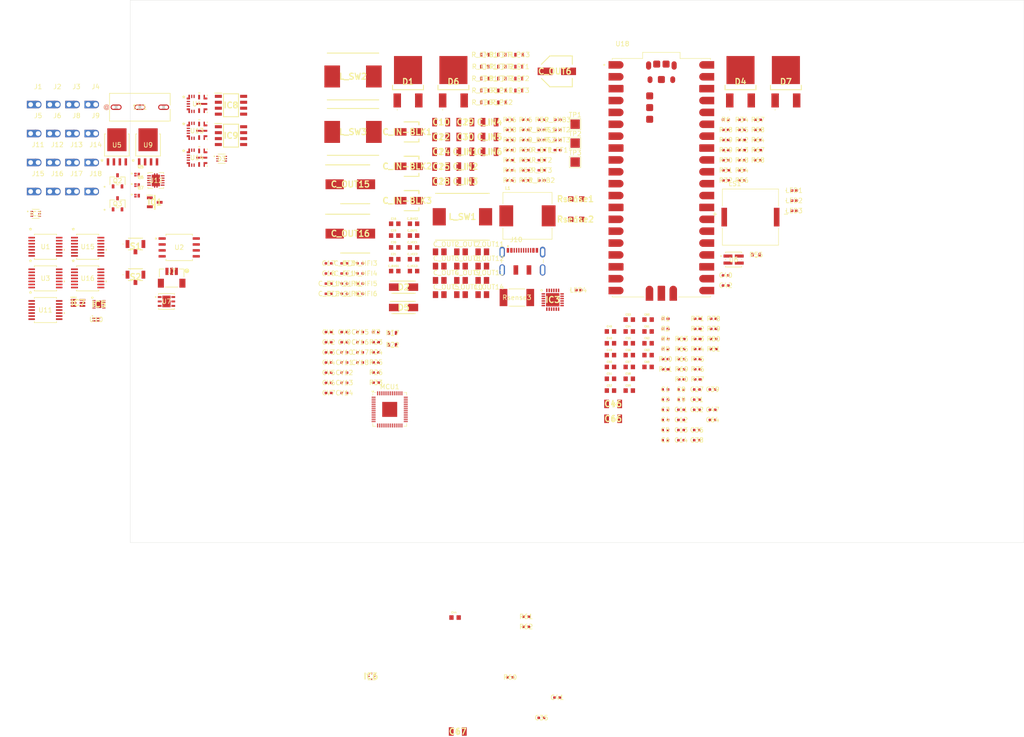
<source format=kicad_pcb>
(kicad_pcb (version 20241229) (generator "pcbnew") (generator_version "9.0")
  (layers (0 "F.Cu" signal) (4 "In1.Cu" signal) (6 "In2.Cu" signal) (2 "B.Cu" signal) (13 "F.Paste" user) (15 "B.Paste" user) (5 "F.SilkS" user "F.Silkscreen") (7 "B.SilkS" user "B.Silkscreen") (1 "F.Mask" user) (3 "B.Mask" user) (25 "Edge.Cuts" user))
  (net 0 "")
  (net 1 "Net-(U1-T-)")
  (net 2 "Net-(U1-T+)")
  (net 3 "GND")
  (net 4 "+3.3V")
  (net 5 "Net-(U3-T-)")
  (net 6 "Net-(U3-T+)")
  (net 7 "+5V")
  (net 8 "VBAT")
  (net 9 "Net-(U11-T-)")
  (net 10 "Net-(U11-T+)")
  (net 11 "Net-(IC3-VCCD)")
  (net 12 "Net-(D2-A)")
  (net 13 "VBUS")
  (net 14 "Net-(IC6-EN)")
  (net 15 "Net-(CR1-Pad1)")
  (net 16 "Net-(CR2-Pad1)")
  (net 17 "+8.4V")
  (net 18 "Net-(CR3-Pad1)")
  (net 19 "+12V")
  (net 20 "Net-(CR4-Pad1)")
  (net 21 "Net-(MCU1-RUN)")
  (net 22 "Net-(MCU1-VREG_VOUT)")
  (net 23 "Net-(U4-BIAS)")
  (net 24 "Net-(U13-BIAS)")
  (net 25 "Net-(U14-CBOOT)")
  (net 26 "Net-(U14-SW)")
  (net 27 "Net-(U4-CBOOT)")
  (net 28 "Net-(U4-SW)")
  (net 29 "Net-(U13-CBOOT)")
  (net 30 "Net-(U13-SW)")
  (net 31 "Net-(U13-FB)")
  (net 32 "Net-(C_FF1-Pad1)")
  (net 33 "Net-(C_OUT1-Pad1)")
  (net 34 "Net-(C_OUT10-Pad1)")
  (net 35 "Net-(D5-A)")
  (net 36 "Net-(D2-K)")
  (net 37 "Net-(D3-IO3)")
  (net 38 "Net-(D3-IO1)")
  (net 39 "/Purge Solenoid Valve")
  (net 40 "/Main Solenoid Valve")
  (net 41 "/Green Status")
  (net 42 "Net-(IC2-E1)")
  (net 43 "/Red Status")
  (net 44 "Net-(IC2-E2)")
  (net 45 "Net-(IC3-VBUS_MAX)")
  (net 47 "Net-(IC3-ISNK_FINE)")
  (net 48 "Net-(IC3-VBUS_MIN)")
  (net 52 "Net-(IC3-VBUS_FET_EN)")
  (net 53 "Net-(IC3-SAFE_PWR_EN)")
  (net 54 "Net-(IC3-FLIP)")
  (net 55 "Net-(IC9-G1)")
  (net 56 "Net-(J7-Pad3)")
  (net 57 "Net-(J7-Pad1)")
  (net 66 "/Power Unit/SDA I2C")
  (net 67 "Net-(LED1-Pad1)")
  (net 68 "Net-(LED2-Pad1)")
  (net 69 "Net-(LED3-Pad1)")
  (net 70 "Net-(IC3-FAULT)")
  (net 71 "/Solenoid Valve Enable")
  (net 72 "Net-(MCU1-SWCLK)")
  (net 73 "Net-(MCU1-USB_DM)")
  (net 74 "/RP2040 Standard/Crystal")
  (net 75 "/Power Unit/GPIO USB-C")
  (net 76 "/Power Unit/SCL I2C")
  (net 77 "Net-(MCU1-USB_DP)")
  (net 78 "/Purge Valve Enable")
  (net 79 "/Power Unit/PD ~{INT} USB-C")
  (net 80 "GNDA")
  (net 82 "Net-(MCU1-SWD)")
  (net 83 "Net-(Q5-Pad2)")
  (net 84 "Net-(Q6-Pad2)")
  (net 85 "Net-(Q7-Pad2)")
  (net 86 "/RP2040 Standard/~{RST}")
  (net 87 "Net-(XTAL1-TRI-STATE(STBY))")
  (net 88 "/RP2040 Standard/~{USB_BOOT}")
  (net 89 "Net-(U6-A_Green)")
  (net 90 "Net-(U6-A_Red)")
  (net 91 "Net-(U14-RBOOT)")
  (net 92 "Net-(U4-RBOOT)")
  (net 93 "Net-(U13-RBOOT)")
  (net 94 "Net-(U14-EN{slash}SYNC)")
  (net 95 "Net-(U4-EN{slash}SYNC)")
  (net 96 "Net-(U13-EN{slash}SYNC)")
  (net 97 "Net-(U14-FB)")
  (net 98 "Net-(U4-FB)")
  (net 99 "Net-(U14-RT)")
  (net 100 "Net-(U4-RT)")
  (net 101 "Net-(U13-RT)")
  (net 102 "/RS_DN")
  (net 103 "/RS_DP")
  (net 104 "/Power Unit/USB DN")
  (net 105 "/Power Unit/USB DP")
  (net 106 "/Servo_OUT1 PWM")
  (net 107 "/RP2040 Standard/MCU ~{CS} SPI")
  (net 108 "/RP2040 Standard/GP28_ADC2")
  (net 109 "/WRITE_RS")
  (net 110 "/ENABLE_RS")
  (net 111 "/RP2040 Standard/GP27_ADC1")
  (net 112 "/2~{FAULT} THERMO")
  (net 113 "/1~{DRDY} THERMO")
  (net 114 "/RP2040 Standard/MCU SD0 SPI")
  (net 115 "/3~{FAULT} THERMO")
  (net 116 "/SCK SPI")
  (net 117 "/RP2040 Standard/MCU SCLK SPI")
  (net 118 "/READ_RS")
  (net 119 "/RP2040 Standard/MCU SD2 SPI")
  (net 120 "/MOSI SPI")
  (net 121 "/2~{DRDY} THERMO")
  (net 122 "/RP2040 Standard/GPIO0")
  (net 123 "/RP2040 Standard/GPIO1")
  (net 124 "/~{CS} THERMO1 SPI")
  (net 125 "/RP2040 Standard/MCU SD3 SPI")
  (net 126 "/MISO SPI")
  (net 127 "/~{CS} THERMO2 SPI")
  (net 128 "/3~{DRDY} THERMO")
  (net 129 "/RP2040 Standard/MCU SD1 SPI")
  (net 130 "/Servo_IN1 PWM")
  (net 131 "/PCB Temperature Sense")
  (net 132 "/1~{FAULT} THERMO")
  (net 133 "/~{CS} THERMO3 SPI")
  (net 134 "/Servo_IN2 PWM")
  (net 135 "/Power Unit/DC.DC1 PGOOD")
  (net 136 "/Power Unit/DC.DC2 PGOOD")
  (net 137 "/Power Unit/DC.DC3 PGOOD")
  (net 143 "Net-(U18-GND-Pad13)")
  (net 156 "Net-(U18-USB_SHIELD-PadA)")
  (net 181 "GNDPWR")
  (net 182 "VDC")
  (net 183 "Net-(U15-+IN1)")
  (net 184 "Net-(C49-Pad1)")
  (net 185 "/Sensor Unit/ADC1 Sense")
  (net 186 "/Sensor Unit/ADC2 Sense")
  (net 187 "Net-(C50-Pad1)")
  (net 188 "Net-(U15-+IN2)")
  (net 189 "/Sensor Unit/ADC3 Sense")
  (net 190 "Net-(C52-Pad1)")
  (net 191 "Net-(U15-+IN3)")
  (net 192 "Net-(C54-Pad1)")
  (net 193 "/Sensor Unit/ADC4 Sense")
  (net 194 "Net-(U15-+IN4)")
  (net 195 "/Sensor Unit/ADC5 Sense")
  (net 196 "Net-(C56-Pad1)")
  (net 197 "Net-(C57-Pad1)")
  (net 198 "/Sensor Unit/ADC6 Sense")
  (net 199 "/Sensor Unit/ADC7 Sense")
  (net 200 "Net-(C58-Pad1)")
  (net 201 "Net-(C59-Pad1)")
  (net 202 "/Sensor Unit/ADC8 Sense")
  (net 203 "Net-(U16-+IN1)")
  (net 204 "Net-(U16-+IN2)")
  (net 205 "Net-(U16-+IN3)")
  (net 206 "Net-(U16-+IN4)")
  (net 207 "/Power Unit/DC.DC1 VCC")
  (net 208 "/Power Unit/DC.DC2 VCC")
  (net 209 "/Power Unit/DC.DC3 VCC")
  (net 210 "/Power Unit/V2 DP")
  (net 211 "/Power Unit/V3 DP")
  (net 212 "/Power Unit/V1 DP")
  (net 213 "Net-(LED4-Pad1)")
  (net 214 "Net-(IC1-C)")
  (net 215 "/Sensor Unit/THERMO1 DP")
  (net 216 "/Sensor Unit/THERMO1 DN")
  (net 217 "/Sensor Unit/THERMO3 DN")
  (net 218 "/Sensor Unit/THERMO3 DP")
  (net 219 "/Sensor Unit/THERMO2 DP")
  (net 220 "/Sensor Unit/THERMO2 DN")
  (net 221 "/Buzzer")
  (net 222 "Net-(IC1-B)")
  (net 223 "/Servo_OUT2 PWM")
  (net 224 "Net-(U17-GND)")
  (net 225 "Net-(U17-REXT)")
  (net 226 "/Sensor Unit/Clock I2C")
  (net 227 "/Sensor Unit/Data I2C")
  (net 228 "/Sensor Unit/12V_Sense")
  (net 229 "/Sensor Unit/8.4V_Sense")
  (net 230 "/Sensor Unit/5V_Sense")
  (net 231 "/Sensor Unit/LoadCell1 Sense")
  (net 232 "/Sensor Unit/Pressure1 Sense")
  (net 233 "/Sensor Unit/Pressure2 Sense")
  (net 234 "/Sensor Unit/LoadCell3 Sense")
  (net 235 "/Sensor Unit/LoadCell2 Sense")
  (net 236 "Net-(IC9-S1)")
  (net 237 "/THERMO1 DP")
  (net 238 "/THERMO1 DN")
  (net 239 "/THERMO2 DP")
  (net 240 "/THERMO2 DN")
  (net 241 "/THERMO3 DP")
  (net 242 "/THERMO3 DN")
  (net 244 "Net-(U12-SLR)")
  (footprint "Resistor-0402:RES_0402" (layer "F.Cu") (at 173.832895 99.3772)
    (property "Reference" "R75")
    (property "Value" "1k")
  )
  (footprint "Capacitor-0402:Capacitor_0402" (layer "F.Cu") (at 179.85 83.628)
    (property "Reference" "C42")
    (property "Value" "100n")
  )
  (footprint "Capacitor-0402:Capacitor_0402" (layer "F.Cu") (at 95 104.4316)
    (property "Reference" "CV6")
    (property "Value" "1uF")
  )
  (footprint "Resistor-0603:RES_0603" (layer "F.Cu") (at 186.3591 77.0501)
    (property "Reference" "R55")
    (property "Value" "120")
  )
  (footprint "Resistor-0402:RES_0402" (layer "F.Cu") (at 133.689699 52.5064)
    (property "Reference" "R39")
    (property "Value" "2k")
  )
  (footprint "Resistor-0402:RES_0402" (layer "F.Cu") (at 179.879699 54.6668)
    (property "Reference" "R29")
    (property "Value" "100")
  )
  (footprint "Capacitor-0402:Capacitor_0402" (layer "F.Cu") (at 98.3622 100.0948)
    (property "Reference" "CV11")
    (property "Value" "100nF")
  )
  (footprint "Capacitor-8mm:Capacitor_8mm" (layer "F.Cu") (at 99.6439 72.5304)
    (property "Reference" "C_OUT16")
    (property "Value" "100u" (hide yes))
  )
  (footprint "Resistor-0402:RES_0402" (layer "F.Cu") (at 166.989699 92.896)
    (property "Reference" "R2")
    (property "Value" "100")
  )
  (footprint "Inductor-11.5x10:Inductor_11.5x10" (layer "F.Cu") (at 123.5939 68.9304)
    (property "Reference" "L_SW1")
    (property "Value" "10u" (hide yes))
  )
  (footprint "BJT NPN:SOT96P237X111-3N" (layer "F.Cu") (at 57.8444 65.833199)
    (property "Reference" "IC1")
    (property "Value" "BC846BLT1G" (hide yes))
  )
  (footprint "Capacitor-0402:Capacitor_0402" (layer "F.Cu") (at 98.3622 102.2632)
    (property "Reference" "CV12")
    (property "Value" "100nF")
  )
  (footprint "Inductor-2.2uH_SPM10065VT:IND_SPM10065VT-2R2M-D" (layer "F.Cu") (at 137.4939 68.7304)
    (property "Reference" "L1")
    (property "Value" "2.2u")
  )
  (footprint "TestPoint:TestPoint_Pad_2.0x2.0mm" (layer "F.Cu") (at 147.6839 49.1304)
    (property "Reference" "TP1")
    (property "Value" "TestPoint")
  )
  (footprint "Capacitor-0603:Capacitor_0603" (layer "F.Cu") (at 109.1289 75.4804)
    (property "Reference" "C20")
    (property "Value" "1u")
  )
  (footprint "Capacitor-0402:Capacitor_0402" (layer "F.Cu") (at 166.96 110.1964)
    (property "Reference" "C3")
    (property "Value" "100n")
  )
  (footprint "Resistor-0402:RES_0402" (layer "F.Cu") (at 183.301297 61.148)
    (property "Reference" "R56")
    (property "Value" "500")
  )
  (footprint "Capacitor-0402:Capacitor_0402" (layer "F.Cu") (at 95 93.5896)
    (property "Reference" "CV1")
    (property "Value" "1uF")
  )
  (footprint "Resistor-0402:RES_0402" (layer "F.Cu") (at 177.254493 97.2168)
    (property "Reference" "R81")
    (property "Value" "1k")
  )
  (footprint "Capacitor-0805:Capacitor_0805" (layer "F.Cu") (at 127.8439 82.5304)
    (property "Reference" "C_OUT13")
    (property "Value" "22u")
  )
  (footprint "Capacitor-0402:Capacitor_0402" (layer "F.Cu") (at 166.96 108.028)
    (property "Reference" "C2")
    (property "Value" "10n")
  )
  (footprint "Resistor-0402:RES_0402" (layer "F.Cu") (at 173.832895 103.698)
    (property "Reference" "R77")
    (property "Value" "1k")
  )
  (footprint "Pico_Conn1x1:Pico_01pin" (layer "F.Cu") (at 41.125 57.328199)
    (property "Reference" "J13")
    (property "Value" "Conn_01x01_Socket")
  )
  (footprint "Capacitor-0402:Capacitor_0402" (layer "F.Cu") (at 98.3622 81.058)
    (property "Reference" "C_FF1")
    (property "Value" "22p")
  )
  (footprint "Resistor-0402:RES_0402" (layer "F.Cu") (at 179.879699 58.9876)
    (property "Reference" "R31")
    (property "Value" "150")
  )
  (footprint "Resistor-2512:RES_WSLP2512" (layer "F.Cu") (at 135.2321 86.1971)
    (property "Reference" "Rsense3")
    (property "Value" "20m")
  )
  (footprint "Resistor-0402:RES_0402" (layer "F.Cu") (at 133.689699 56.8272)
    (property "Reference" "R41")
    (property "Value" "2k")
  )
  (footprint "Resistor-0402:RES_0402" (layer "F.Cu") (at 137.111297 52.5064)
    (property "Reference" "R49")
    (property "Value" "50k")
  )
  (footprint "Pico_Conn1x1:Pico_01pin" (layer "F.Cu") (at 32.9246 63.528199)
    (property "Reference" "J15")
    (property "Value" "Conn_01x01_Socket")
  )
  (footprint "Capacitor-0603:Capacitor_0603" (layer "F.Cu") (at 159.2489 98.5104)
    (property "Reference" "C56")
    (property "Value" "27n")
  )
  (footprint "Resistor-0805:RES_0805" (layer "F.Cu") (at 147.9189 69.4804)
    (property "Reference" "Rsense2")
    (property "Value" "2.5m" (hide yes))
  )
  (footprint "Capacitor-0402:Capacitor_0402" (layer "F.Cu") (at 101.7244 85.3948)
    (property "Reference" "C_IN_HFI6")
    (property "Value" "100n")
  )
  (footprint "AD8040ARUZ:RU_14_ADI" (layer "F.Cu") (at 43.5106 75.341099)
    (property "Reference" "U15")
    (property "Value" "AD8040ARUZ")
  )
  (footprint "Resistor-0402:RES_0402" (layer "F.Cu") (at 183.301297 48.1856)
    (property "Reference" "R34")
    (property "Value" "100")
  )
  (footprint "Resistor-0402:RES_0402" (layer "F.Cu") (at 170.411297 101.5376)
    (property "Reference" "R69")
    (property "Value" "1k")
  )
  (footprint "Capacitor-1206:Capacitor_1206" (layer "F.Cu") (at 155.8039 108.9504)
    (property "Reference" "C46")
    (property "Value" "4.7u" (hide yes))
  )
  (footprint "Capacitor-0402:Capacitor_0402" (layer "F.Cu") (at 179.85 81.4596)
    (property "Reference" "C40")
    (property "Value" "100n")
  )
  (footprint "Capacitor-0603:Capacitor_0603" (layer "F.Cu") (at 122.025 154.63)
    (property "Reference" "C44")
    (property "Value" "1u")
  )
  (footprint "Resistor-0402:RES_0402" (layer "F.Cu") (at 170.411297 97.2168)
    (property "Reference" "R65")
    (property "Value" "1k")
  )
  (footprint "Resistor-0402:RES_0402" (layer "F.Cu") (at 166.989699 90.7356)
    (property "Reference" "R1")
    (property "Value" "100")
  )
  (footprint "Capacitor-1206:Capacitor_1206" (layer "F.Cu") (at 129.3939 55.0304)
    (property "Reference" "C_IN6")
    (property "Value" "4.7u" (hide yes))
  )
  (footprint "Resistor-0402:RES_0402" (layer "F.Cu") (at 173.832895 101.5376)
    (property "Reference" "R76")
    (property "Value" "1k")
  )
  (footprint "Pico_Conn1x1:Pico_01pin" (layer "F.Cu") (at 37.0248 44.928199)
    (property "Reference" "J2")
    (property "Value" "Conn_01x01_Socket")
  )
  (footprint "SWD_Con:CONN_BM03B-SRSS-TBLFSN_JST" (layer "F.Cu") (at 61.4571 82.031499)
    (property "Reference" "J7")
    (property "Value" "BM03B-SRSS-TBLFSN")
  )
  (footprint "Capacitor-0805:Capacitor_0805" (layer "F.Cu") (at 127.8439 79.4804)
    (property "Reference" "C_OUT12")
    (property "Value" "22u")
  )
  (footprint "Capacitor-0402:Capacitor_0402" (layer "F.Cu") (at 101.7244 97.9264)
    (property "Reference" "CV17")
    (property "Value" "1uF")
  )
  (footprint "Resistor-0402:RES_0402" (layer "F.Cu") (at 183.301297 50.346)
    (property "Reference" "R35")
    (property "Value" "2k")
  )
  (footprint "Resistor-0402:RES_0402" (layer "F.Cu") (at 137.111297 61.148)
    (property "Reference" "R53")
    (property "Value" "1k")
  )
  (footprint "Capacitor-0402:Capacitor_0402" (layer "F.Cu") (at 98.3622 97.9264)
    (property "Reference" "CV10")
    (property "Value" "100nF")
  )
  (footprint "Capacitor-1206:Capacitor_1206" (layer "F.Cu") (at 119.0539 61.3704)
    (property "Reference" "C28")
    (property "Value" "2.2u" (hide yes))
  )
  (footprint "Pico_Conn1x1:Pico_01pin" (layer "F.Cu") (at 37.0248 51.128199)
    (property "Reference" "J6")
    (property "Value" "Conn_01x01_Socket")
  )
  (footprint "TestPoint:TestPoint_Pad_2.0x2.0mm" (layer "F.Cu") (at 147.6839 53.1804)
    (property "Reference" "TP2")
    (property "Value" "TestPoint")
  )
  (footprint "Capacitor-0603:Capacitor_0603" (layer "F.Cu") (at 159.2489 95.9804)
    (property "Reference" "C55")
    (property "Value" "22n")
  )
  (footprint "NMOS_2N7002:PG-SOT23-3-5_INF_MIN" (layer "F.Cu") (at 49.8962 66.155599)
    (property "Reference" "Q3")
    (property "Value" "2N7002H6327XTSA2")
  )
  (footprint "Capacitor-0805:Capacitor_0805" (layer "F.Cu") (at 123.2939 82.5304)
    (property "Reference" "C_OUT9")
    (property "Value" "47u")
  )
  (footprint "Capacitor-0603:Capacitor_0603" (layer "F.Cu") (at 109.1289 78.0104)
    (property "Reference" "C21")
    (property "Value" "1u")
  )
  (footprint "TVS-SP3004:SOT563_LTF" (layer "F.Cu") (at 72.1438 56.509299)
    (property "Reference" "D3")
    (property "Value" "SP3004-04XTG")
  )
  (footprint "Capacitor-0402:Capacitor_0402" (layer "F.Cu") (at 95 95.758)
    (property "Reference" "CV2")
    (property "Value" "100nF")
  )
  (footprint "Capacitor-0603:Capacitor_0603" (layer "F.Cu") (at 155.2289 98.5104)
    (property "Reference" "C49")
    (property "Value" "27n")
  )
  (footprint "Thermocouple:21-0066J_14_MXM" (layer "F.Cu") (at 34.4868 75.341099)
    (property "Reference" "U1")
    (property "Value" "MAX31856MUD+T")
  )
  (footprint "Capacitor-4mm:Capacitor_4mm" (layer "F.Cu") (at 112.1439 58.1304)
    (property "Reference" "C_IN-BLK2")
    (property "Value" "10u" (hide yes))
  )
  (footprint "Capacitor-0402:Capacitor_0402" (layer "F.Cu") (at 98.3622 106.6)
    (property "Reference" "CV14")
    (property "Value" "4.7uF")
  )
  (footprint "Capacitor-0402:Capacitor_0402" (layer "F.Cu") (at 98.3622 83.2264)
    (property "Reference" "C_IN_HFI1")
    (property "Value" "100n")
  )
  (footprint "Resistor-0603:RES_0603" (layer "F.Cu") (at 128.3491 34.2801)
    (property "Reference" "R_ENB1")
    (property "Value" "100k")
  )
  (footprint "Capacitor-0402:Capacitor_0402" (layer "F.Cu") (at 166.96 114.5332)
    (property "Reference" "C5")
    (property "Value" "100n")
  )
  (footprint "Capacitor-0603:Capacitor_0603" (layer "F.Cu") (at 163.2689 90.9204)
    (property "Reference" "C60")
    (property "Value" "22n")
  )
  (footprint "Capacitor-0603:Capacitor_0603" (layer "F.Cu") (at 113.1489 70.4204)
    (property "Reference" "C_BIAS2")
    (property "Value" "1u")
  )
  (footprint "Capacitor-1206:Capacitor_1206" (layer "F.Cu") (at 155.8039 112.1204)
    (property "Reference" "C66")
    (property "Value" "4.7u" (hide yes))
  )
  (footprint "Resistor-0402:RES_0402" (layer "F.Cu") (at 177.254493 92.896)
    (property "Reference" "R79")
    (property "Value" "1k")
  )
  (footprint "Capacitor-0402:Capacitor_0402" (layer "F.Cu") (at 98.3622 85.3948)
    (property "Reference" "C_IN_HFI2")
    (property "Value" "100n")
  )
  (footprint "Capacitor-0603:Capacitor_0603" (layer "F.Cu") (at 155.2289 101.0404)
    (property "Reference" "C50")
    (property "Value" "27n")
  )
  (footprint "Capacitor-0402:Capacitor_0402" (layer "F.Cu") (at 177.0466 110.1964)
    (property "Reference" "C47")
    (property "Value" "100n")
  )
  (footprint "Resistor-0402:RES_0402" (layer "F.Cu") (at 143.954493 48.1856)
    (property "Reference" "R_ENB3")
    (property "Value" "45k3")
  )
  (footprint "LED-Red_VLMS1500-GS08:LED_00-GS08_VIS_RED" (layer "F.Cu") (at 194.4604 65.478)
    (property "Reference" "LED2")
    (property "Value" "VLMS1500-GS08")
  )
  (footprint "Capacitor-0402:Capacitor_0402" (layer "F.Cu") (at 173.6844 105.8596)
    (property "Reference" "C27")
    (property "Value" "100n")
  )
  (footprint "Capacitor-4mm:Capacitor_4mm" (layer "F.Cu") (at 112.1439 50.7804)
    (property "Reference" "C_IN-BLK1")
    (property "Value" "10u" (hide yes))
  )
  (footprint "Capacitor-0603:Capacitor_0603" (layer "F.Cu") (at 155.2289 95.9804)
    (property "Reference" "C48")
    (property "Value" "22n")
  )
  (footprint "Capacitor-0603:Capacitor_0603" (layer "F.Cu") (at 109.1289 80.5404)
    (property "Reference" "C_BIAS1")
    (property "Value" "1u")
  )
  (footprint "STLM20DD9F:UDFN-4L_STM" (layer "F.Cu") (at 45.3285 90.914265)
    (property "Reference" "U10")
    (property "Value" "STLM20DD9F")
  )
  (footprint "Capacitor-6mm:Capacitor_6mm" (layer "F.Cu") (at 143.7739 37.8304)
    (property "Reference" "C_OUT6")
    (property "Value" "100u" (hide yes))
  )
  (footprint "Capacitor-0402:Capacitor_0402" (layer "F.Cu") (at 140.4805 176.0744)
    (property "Reference" "C35")
    (property "Value" "100n")
  )
  (footprint "DMP2040USD-13:SOIC127P600X175-8N" (layer "F.Cu") (at 74.1394 51.578199)
    (property "Reference" "IC9")
    (property "Value" "DMP2040USD-13" (hide yes))
  )
  (footprint "Resistor-0402:RES_0402" (layer "F.Cu") (at 143.954493 50.346)
    (property "Reference" "R_ENT2")
    (property "Value" "590k")
  )
  (footprint "Resistor-0402:RES_0402" (layer "F.Cu") (at 177.254493 95.0564)
    (property "Reference" "R80")
    (property "Value" "1k")
  )
  (footprint "Capacitor-0402:Capacitor_0402" (layer "F.Cu") (at 95 81.058)
    (property "Reference" "C18")
    (property "Value" "100n")
  )
  (footprint "Capacitor-0805:Capacitor_0805" (layer "F.Cu") (at 127.8439 76.4304)
    (property "Reference" "C_OUT11")
    (property "Value" "22u")
  )
  (footprint "Capacitor-1206:Capacitor_1206" (layer "F.Cu") (at 124.2239 58.2004)
    (property "Reference" "C_IN2")
    (property "Value" "4.7u" (hide yes))
  )
  (footprint "Resistor-0402:RES_0402" (layer "F.Cu") (at 173.832895 95.0564)
    (property "Reference" "R73")
    (property "Value" "1k")
  )
  (footprint "Resistor-0402:RES_0402" (layer "F.Cu") (at 179.879699 50.346)
    (property "Reference" "R18")
    (property "Value" "1k")
  )
  (footprint "Capacitor-0603:Capacitor_0603" (layer "F.Cu") (at 159.2489 106.1004)
    (property "Reference" "C59")
    (property "Value" "27n")
  )
  (footprint "Capacitor-0603:Capacitor_0603" (layer "F.Cu") (at 163.2689 98.5104)
    (property "Reference" "C63")
    (property "Value" "22n")
  )
  (footprint "E-Switch_Small:TL1017AABF160QG" (layer "F.Cu") (at 53.7244 81.308199)
    (property "Reference" "S2")
    (property "Value" "TL1017AABF160QG" (hide yes))
  )
  (footprint "Resistor-0402:RES_0402" (layer "F.Cu") (at 170.411297 99.3772)
    (property "Reference" "R66")
    (property "Value" "1k")
  )
  (footprint "Resistor-0402:RES_0402" (layer "F.Cu") (at 133.689699 48.1856)
    (property "Reference" "R36")
    (property "Value" "2k")
  )
  (footprint "Capacitor-0805:Capacitor_0805" (layer "F.Cu") (at 123.2939 85.5804)
    (property "Reference" "C_OUT10")
    (property "Value" "47u")
  )
  (footprint "Resistor-0402:RES_0402" (layer "F.Cu") (at 137.207397 154.4452)
    (property "Reference" "R61")
    (property "Value" "1k")
  )
  (footprint "Resistor-0402:RES_0402" (layer "F.Cu") (at 133.785799 167.4076)
    (property "Reference" "R60")
    (property "Value" "200k")
  )
  (footprint "PNP_BC857CMB_315:TRANS_PMZB550UNEYL" (layer "F.Cu") (at 54.0744 64.413199)
    (property "Reference" "Q7")
    (property "Value" "BC857CMB_315")
  )
  (footprint "Capacitor-4mm:Capacitor_4mm" (layer "F.Cu") (at 112.1439 65.4804)
    (property "Reference" "C_IN-BLK3")
    (property "Value" "10u" (hide yes))
  )
  (footprint "Pico_Conn1x1:Pico_01pin" (layer "F.Cu") (at 45.2252 44.928199)
    (property "Reference" "J4")
    (property "Value" "Conn_01x01_Socket")
  )
  (footprint "Resistor-0603:RES_0603" (layer "F.Cu") (at 128.3491 39.3789)
    (property "Reference" "R_FBB1")
    (property "Value" "8k66")
  )
  (footprint "Resistor-0402:RES_0402" (layer "F.Cu") (at 173.832895 92.896)
    (property "Reference" "R72")
    (property "Value" "1k")
  )
  (footprint "Resistor-0402:RES_0402" (layer "F.Cu") (at 105.109699 97.9064)
    (property "Reference" "R24")
    (property "Value" "100")
  )
  (footprint "THVD2410VDRCR:VSON10_DRC_TEX" (layer "F.Cu") (at 58.0788 61.167799)
    (property "Reference" "U12")
    (property "Value" "THVD2410VDRCR")
  )
  (footprint "Resistor-0603:RES_0603" (layer "F.Cu") (at 135.6699 34.2801)
    (property "Reference" "R_PG3")
    (property "Value" "100K")
  )
  (footprint "Resistor-0402:RES_0402" (layer "F.Cu") (at 170.411297 103.698)
    (property "Reference" "R70")
    (property "Value" "1k")
  )
  (footprint "Capacitor-0603:Capacitor_0603" (layer "F.Cu") (at 163.2689 101.0404)
    (property "Reference" "C65")
    (property "Value" "1u")
  )
  (footprint "Resistor-0603:RES_0603" (layer "F.Cu") (at 108.6491 93.7801)
    (property "Reference" "R17")
    (property "Value" "27")
  )
  (footprint "Capacitor-0402:Capacitor_0402" (layer "F.Cu") (at 177.0466 112.3648)
    (property "Reference" "C64")
    (property "Value" "100n")
  )
  (footprint "Resistor-0603:RES_0603" (layer "F.Cu") (at 128.3491 44.4777)
    (property "Reference" "R_FBB5")
    (property "Value" "22k1")
  )
  (footprint "Capacitor-0402:Capacitor_0402" (layer "F.Cu") (at 170.3222 114.5332)
    (property "Reference" "C13")
    (property "Value" "100n")
  )
  (footprint "Capacitor-0402:Capacitor_0402" (layer "F.Cu") (at 170.3222 116.7016)
    (property "Reference" "C14")
    (property "Value" "100n")
  )
  (footprint "Capacitor-0402:Capacitor_0402" (layer "F.Cu") (at 177.0466 105.8596)
    (property "Reference" "C39")
    (property "Value" "10n")
  )
  (footprint "Capacitor-0805:Capacitor_0805" (layer "F.Cu") (at 118.7439 85.5804)
    (property "Reference" "C_OUT5")
    (property "Value" "10u")
  )
  (footprint "Capacitor-0402:Capacitor_0402" (layer "F.Cu") (at 98.3622 95.758)
    (property "Reference" "CV9")
    (property "Value" "100nF")
  )
  (footprint "Resistor-0603:RES_0603" (layer "F.Cu") (at 108.6491 96.3295)
    (property "Reference" "R22")
    (property "Value" "27")
  )
  (footprint "Thermocouple:21-0066J_14_MXM" (layer "F.Cu") (at 34.4868 82.106899)
    (property "Reference" "U3")
    (property "Value" "MAX31856MUD+T")
  )
  (footprint "NMOS_2N7002:PG-SOT23-3-5_INF_MIN" (layer "F.Cu") (at 49.8962 61.243999)
    (property "Reference" "Q2")
    (property "Value" "2N7002H6327XTSA2")
  )
  (footprint "Resistor-0402:RES_0402" (layer "F.Cu") (at 186.722895 48.1856)
    (property "Reference" "R57")
    (property "Value" "2k")
  )
  (footprint "Capacitor-0402:Capacitor_0402" (layer "F.Cu") (at 98.3622 78.8896)
    (property "Reference" "C_BT3")
    (property "Value" "100n")
  )
  (footprint "Capacitor-0402:Capacitor_0402" (layer "F.Cu") (at 101.7244 78.8896)
    (property "Reference" "C_IN_HFI3")
    (property "Value" "100n")
  )
  (footprint "DCDC_LM61460:VQFN-HR14_RJR_TEX" (layer "F.Cu") (at 66.880199 50.541196)
    (property "Reference" "U13")
    (property "Value" "LM61460AASQRJRRQ1")
  )
  (footprint "Resistor-0402:RES_0402" (layer "F.Cu") (at 177.254493 90.7356)
    (property "Reference" "R78")
    (property "Value" "1k")
  )
  (footprint "Capacitor-0402:Capacitor_0402" (layer "F.Cu") (at 95 78.8896)
    (property "Reference" "C17")
    (property "Value" "100n")
  )
  (footprint "SQJA36EP-T1-GE3:PowerPAK_SO-8L_3_VIS" (layer "F.Cu") (at 49.7565 53.589799)
    (property "Reference" "U5")
    (property "Value" "SQJA36EP-T1_GE3")
  )
  (footprint "Resistor-0402:RES_0402" (layer "F.Cu") (at 143.954493 52.5064)
    (property "Reference" "R_ENT3")
    (property "Value" "422k")
  )
  (footprint "Resistor-0402:RES_0402" (layer "F.Cu") (at 170.411297 95.0564)
    (property "Reference" "R63")
    (property "Value" "1k")
  )
  (footprint "E-Switch_Small:TL1017AABF160QG" (layer "F.Cu") (at 53.7244 74.758199)
    (property "Reference" "S1")
    (property "Value" "TL1017AABF160QG" (hide yes))
  )
  (footprint "TestPoint:TestPoint_Pad_2.0x2.0mm" (layer "F.Cu") (at 147.6839 57.2304)
    (property "Reference" "TP3")
    (property "Value" "TestPoint")
  )
  (footprint "LDO ST1L05A:DFN_5APU33R_STM" (layer "F.Cu") (at 60.3522 87.037799)
    (property "Reference" "U7")
    (property "Value" "ST1L05APU33R")
  )
  (footprint "Capacitor-0603:Capacitor_0603" (layer "F.Cu") (at 109.1289 72.9504)
    (property "Reference" "C19")
    (property "Value" "1u")
  )
  (footprint "Capacitor-0603:Capacitor_0603" (layer "F.Cu") (at 159.2489 93.4504)
    (property "Reference" "C54")
    (property "Value" "27n")
  )
  (footprint "VLMKG3400-GS08:SMT_00-GS08_VIS" (layer "F.Cu") (at 181.5467 78.0788)
    (property "Reference" "U6")
    (property "Value" "VLMKG3400-GS08")
  )
  (footprint "Capacitor-0402:Capacitor_0402" (layer "F.Cu") (at 173.6844 110.1964)
    (property "Reference" "C32")
    (property "Value" "10n")
  )
  (footprint "Resistor-0402:RES_0402" (layer "F.Cu") (at 186.722895 52.5064)
    (property "Reference" "R64")
    (property "Value" "100")
  )
  (footprint "Resistor-0402:RES_0402" (layer "F.Cu") (at 166.989699 99.3772)
    (property "Reference" "R10")
    (property "Value" "100")
  )
  (footprint "Resistor-0603:RES_0603" (layer "F.Cu") (at 132.0095 41.9283)
    (property "Reference" "R_PG1")
    (property "Value" "100K")
  )
  (footprint "Inductor-10.1x10:Inductor_10.1x10" (layer "F.Cu") (at 100.2189 38.9304)
    (property "Reference" "L_SW2")
    (property "Value" "15u" (hide yes))
  )
  (footprint "Capacitor-0402:Capacitor_0402" (layer "F.Cu") (at 166.96 112.3648)
    (property "Reference" "C4")
    (property "Value" "100n")
  )
  (footprint "Capacitor-0603:Capacitor_0603" (layer "F.Cu") (at 113.1489 80.5404)
    (property "Reference" "C_VCC3")
    (property "Value" "1u")
  )
  (footprint "Resistor-0402:RES_0402" (layer "F.Cu") (at 137.207397 156.6056)
    (property "Reference" "R62")
    (property "Value" "1k")
  )
  (footprint "Resistor-0402:RES_0402" (layer "F.Cu") (at 105.109699 95.746)
    (property "Reference" "R23")
    (property "Value" "100")
  )
  (footprint "Capacitor-0603:Capacitor_0603" (layer "F.Cu") (at 159.2489 90.9204)
    (property "Reference" "C53")
    (property "Value" "22n")
  )
  (footprint "LED-Red_VLMS1500-GS08:LED_00-GS08_VIS_RED" (layer "F.Cu") (at 194.4604 67.6464)
    (property "Reference" "LED3")
    (property "Value" "VLMS1500-GS08")
  )
  (footprint "Capacitor-0402:Capacitor_0402" (layer "F.Cu") (at 166.96 116.7016)
    (property "Reference" "C6")
    (property "Value" "10n")
  )
  (footprint "Capacitor-0603:Capacitor_0603" (layer "F.Cu") (at 113.1489 78.0104)
    (property "Reference" "C_VCC2")
    (property "Value" "1u")
  )
  (footprint "Resistor-0603:RES_0603" (layer "F.Cu") (at 135.6699 36.8295)
    (property "Reference" "R_RT1")
    (property "Value" "33k2")
  )
  (footprint "SchottkyDiode-RB095BGE:RD3P175SNFRATL" (layer "F.Cu") (at 121.6689 39.8054)
    (property "Reference" "D6")
    (property "Value" "RB095BGE" (hide yes))
  )
  (footprint "Capacitor-0603:Capacitor_0603" (layer "F.Cu") (at 159.2489 101.0404)
    (property "Reference" "C57")
    (property "Value" "27n")
  )
  (footprint "SchottkyDiode-RB095BGE:RD3P175SNFRATL" (layer "F.Cu") (at 183.0189 39.8054)
    (property "Reference" "D4")
    (property "Value" "RB095BGE-30TL" (hide yes))
  )
  (footprint "SchottkyDiode-RB095BGE:RD3P175SNFRATL" (layer "F.Cu") (at 192.7189 39.8054)
    (property "Reference" "D7")
    (property "Value" "RB095BGE-30TL" (hide yes))
  )
  (footprint "Capacitor-0402:Capacitor_0402" (layer "F.Cu") (at 170.3222 108.028)
    (property "Reference" "C9")
    (property "Value" "100n")
  )
  (footprint "Resistor-0402:RES_0402" (layer "F.Cu") (at 105.109699 100.0668)
    (property "Reference" "R25")
    (property "Value" "1k")
  )
  (footprint "Resistor-0603:RES_0603" (layer "F.Cu") (at 132.0095 39.3789)
    (property "Reference" "R_FBT3")
    (property "Value" "100K")
  )
  (footprint "Capacitor-1206:Capacitor_1206" (layer "F.Cu") (at 124.2239 55.0304)
    (property "Reference" "C_IN1")
    (property "Value" "4.7u" (hide yes))
  )
  (footprint "Resistor-0402:RES_0402" (layer "F.Cu") (at 140.532895 56.8272)
    (property "Reference" "R_BT2")
    (property "Value" "50")
  )
  (footprint "Resistor-0402:RES_0402" (layer "F.Cu") (at 143.954493 54.6668)
    (property "Reference" "R_FF1")
    (property "Value" "1k")
  )
  (footprint "Pico_Conn1x1:Pico_01pin" (layer "F.Cu") (at 45.2252 57.328199)
    (property "Reference" "J14")
    (property "Value" "Conn_01x01_Socket")
  )
  (footprint "Resistor-0402:RES_0402" (layer "F.Cu") (at 140.532895 58.9876)
    (property "Reference" "R_BT3")
    (property "Value" "100")
  )
  (footprint "Capacitor-1206:Capacitor_1206" (layer "F.Cu") (at 119.0539 51.8604)
    (property "Reference" "C22")
    (property "Value" "4.7u" (hide yes))
  )
  (footprint "Resistor-0402:RES_0402" (layer "F.Cu") (at 186.722895 54.6668)
    (property "Reference" "R67")
    (property "Value" "100")
  )
  (footprint "Resistor-0603:RES_0603" (layer "F.Cu") (at 135.6699 39.3789)
    (property "Reference" "R_RT2")
    (property "Value" "33k2")
  )
  (footprint "INA2181A4IDSQR:SON40P200X200X80-11N" (layer "F.Cu") (at 45.9244 87.638199)
    (property "Reference" "IC5")
    (property "Value" "INA2181A4IDSQR" (hide yes))
  )
  (footprint "Resistor-0402:RES_0402" (layer "F.Cu") (at 166.989699 97.2168)
    (property "Reference" "R5")
    (property "Value" "100")
  )
  (footprint "Resistor-0402:RES_0402" (layer "F.Cu") (at 133.689699 50.346)
    (property "Reference" "R38")
    (property "Value" "2k")
  )
  (footprint "Resistor-0603:RES_0603" (layer "F.Cu") (at 132.0095 44.4777)
    (property "Reference" "R_PG2")
    (property "Value" "100K")
  )
  (footprint "Resistor-0402:RES_0402" (layer "F.Cu") (at 179.879699 61.148)
    (property "Reference" "R32")
    (property "Value" "100")
  )
  (footprint "Resistor-0402:RES_0402" (layer "F.Cu") (at 179.879699 48.1856)
    (property "Reference" "R6")
    (property "Value" "10k")
  )
  (footprint "Resistor-0402:RES_0402" (layer "F.Cu") (at 137.111297 58.9876)
    (property "Reference" "R52")
    (property "Value" "1k")
  )
  (footprint "Pico_Conn1x1:Pico_01pin" (layer "F.Cu") (at 37.0248 63.528199)
    (property "Reference" "J16")
    (property "Value" "Conn_01x01_Socket")
  )
  (footprint "Capacitor-0402:Capacitor_0402" (layer "F.Cu") (at 170.3222 112.3648)
    (property "Reference" "C12")
    (property "Value" "10n")
  )
  (footprint "Capacitor-0402:Capacitor_0402" (layer "F.Cu") (at 95 106.6)
    (property "Reference" "CV7")
    (property "Value" "100nF")
  )
  (footprint "Resistor-0402:RES_0402" (layer "F.Cu") (at 173.832895 97.2168)
    (property "Reference" "R74")
    (property "Value" "1k")
  )
  (footprint "Resistor-0603:RES_0603" (layer "F.Cu") (at 132.0095 36.8295)
    (property "Reference" "R_FBT2")
    (property "Value" "100K")
  )
  (footprint "Resistor-0603:RES_0603" (layer "F.Cu") (at 132.0095 34.2801)
    (property "Reference" "R_FBT1")
    (property "Value" "100K")
  )
  (footprint "Pico_Conn1x1:Pico_01pin" (layer "F.Cu") (at 41.125 44.928199)
    (property "Reference" "J3")
    (property "Value" "Conn_01x01_Socket")
  )
  (footprint "LED-Red_VLMS1500-GS08:LED_00-GS08_VIS_RED" (layer "F.Cu") (at 194.4604 63.3096)
    (property "Reference" "LED1")
    (property "Value" "VLMS1500-GS08")
  )
  (footprint "Capacitor-1206:Capacitor_1206" (layer "F.Cu") (at 124.2239 51.8604)
    (property "Reference" "C30")
    (property "Value" "470n" (hide yes))
  )
  (footprint "NOR Flash:SOIC_208MIL_WIN" (layer "F.Cu") (at 63.0744 75.480799)
    (property "Reference" "U2")
    (property "Value" "W25Q128JVSIQ TR")
  )
  (footprint "INA181A4QDCKRQ1:SOT65P210X110-6N" (layer "F.Cu") (at 41.4494 87.338199)
    (property "Reference" "IC7")
    (property "Value" "INA181A4QDCKRQ1" (hide yes))
  )
  (footprint "Capacitor-0805:Capacitor_0805" (layer "F.Cu") (at 123.2939 76.4304)
    (property "Reference" "C_OUT7")
    (property "Value" "22u")
  )
  (footprint "Resistor-0402:RES_0402" (layer "F.Cu") (at 173.832895 90.7356)
    (property "Reference" "R71")
    (property "Value" "1k")
  )
  (footprint "DMP2040USD-13:SOIC127P600X175-8N" (layer "F.Cu") (at 74.1394 45.078199)
    (property "Reference" "IC8")
    (property "Value" "DMP2040USD-13" (hide yes))
  )
  (footprint "USBC-DX07S016JA1:JAE_DX07S016JA1R1500" (layer "F.Cu") (at 136.4139 77.2054)
    (property "Reference" "J10")
    (property "Value" "DX07S016JA1R1500")
  )
  (footprint "Capacitor-0402:Capacitor_0402" (layer "F.Cu") (at 101.7244 81.058)
    (property "Reference" "C_IN_HFI4")
    (property "Value" "100n")
  )
  (footprint "2 PNP:SOT-563_1P3X1P7_ONS" (layer "F.Cu") (at 32.404 68.296599)
    (property "Reference" "IC2")
    (property "Value" "NSVT30010MXV6T1G")
  )
  (footprint "Capacitor-0402:Capacitor_0402" (layer "F.Cu") (at 173.6844 108.028)
    (property "Reference" "C31")
    (property "Value" "10n")
  )
  (footprint "Capacitor-0402:Capacitor_0402" (layer "F.Cu") (at 173.6844 116.7016)
    (property "Reference" "C38")
    (property "Value" "100nF")
  )
  (footprint "Pico_Conn1x1:Pico_01pin" (layer "F.Cu") (at 32.9246 44.928199)
    (property "Reference" "J1")
    (property "Value" "Conn_01x01_Socket")
  )
  (footprint "Diode-Schottky_RSX301L:DIOM5026X220N" (layer "F.Cu") (at 111.0189 83.9804)
    (property "Reference" "D2")
    (property "Value" "RSX301L" (hide yes))
  )
  (footprint "Capacitor-1206:Capacitor_1206" (layer "F.Cu") (at 119.0539 58.2004)
    (property "Reference" "C25")
    (property "Value" "2.2u" (hide yes))
  )
  (footprint "Resistor-0402:RES_0402" (layer "F.Cu") (at 166.989699 95.0564)
    (property "Reference" "R4")
    (property "Value" "100")
  )
  (footprint "PNP_BC857CMB_315:TRANS_PMZB550UNEYL" (layer "F.Cu") (at 54.0744 62.163199)
    (property "Reference" "Q6")
    (property "Value" "BC857CMB_315")
  )
  (footprint "Resistor-0402:RES_0402" (layer "F.Cu") (at 140.532895 61.148)
    (property "Reference" "R_ENB2")
    (property "Value" "63k4")
  )
  (footprint "Pico_Conn1x1:Pico_01pin" (layer "F.Cu") (at 41.125 63.528199)
    (property "Reference" "J17")
    (property "Value" "Conn_01x01_Socket")
  )
  (footprint "Capacitor-0603:Capacitor_0603" (layer "F.Cu") (at 155.2289 103.5704)
    (property "Reference" "C51")
    (property "Value" "22n")
  )
  (footprint "Resistor-0402:RES_0402" (layer "F.Cu") (at 140.532895 48.1856)
    (property "Reference" "R59")
    (property "Value" "95")
  )
  (footprint "Capacitor-1206:Capacitor_1206" (layer "F.Cu") (at 119.0539 48.6904)
    (property "Reference" "C10")
    (property "Value" "2.2u" (hide yes))
  )
  (footprint "Capacitor-0805:Capacitor_0805" (layer "F.Cu") (at 127.8439 85.5804)
    (property "Reference" "C_OUT14")
    (property "Value" "22u")
  )
  (footprint "SC0915 (RP2040):MODULE_SC0915" (layer "F.Cu") (at 166.1089 60.5804)
    (property "Reference" "U18")
    (property "Value" "SC0915")
  )
  (footprint "SchottkyDiode-RB095BGE:RD3P175SNFRATL" (layer "F.Cu") (at 111.9689 39.8054)
    (property "Reference" "D1")
    (property "Value" "RB095BGE" (hide yes))
  )
  (footprint "Resistor-0402:RES_0402" (layer "F.Cu") (at 186.722895 50.346)
    (property "Reference" "R58")
    (property "Value" "2k")
  )
  (footprint "Capacitor-0402:Capacitor_0402" (layer "F.Cu") (at 101.7244 95.758)
    (property "Reference" "CV16")
    (property "Value" "1uF")
  )
  (footprint "Pico_Conn1x1:Pico_01pin" (layer "F.Cu") (at 32.9246 51.128199)
    (property "Reference" "J5")
    (property "Value" "Conn_01x01_Socket")
  )
  (footprint "Capacitor-0402:Capacitor_0402" (layer "F.Cu") (at 170.3222 105.8596)
    (property "Reference" "C8")
    (property "Value" "100n")
  )
  (footprint "Capacitor-0603:Capacitor_0603" (layer "F.Cu") (at 159.2489 103.5704)
    (property "Reference" "C58")
    (property "Value" "27n")
  )
  (footprint "Pico_Conn1x1:Pico_01pin" (layer "F.Cu") (at 41.125 51.128199)
    (property "Reference" "J8")
    (property "Value" "Conn_01x01_Socket")
  )
  (footprint "Capacitor-8mm:Capacitor_8mm" (layer "F.Cu") (at 99.6439 61.9804)
    (property "Reference" "C_OUT15")
    (property "Value" "560u" (hide yes))
  )
  (footprint "Capacitor-0402:Capacitor_0402" (layer "F.Cu") (at 95 97.9264)
    (property "Reference" "CV3")
    (property "Value" "1uF")
  )
  (footprint "AD8040ARUZ:RU_14_ADI" (layer "F.Cu") (at 43.5106 82.106899)
    (property "Reference" "U16")
    (property "Value" "AD8040ARUZ")
  )
  (footprint "Resistor-0402:RES_0402" (layer "F.Cu") (at 186.722895 56.8272)
    (property "Reference" "R68")
    (property "Value" "10k")
  )
  (footprint "Package_DFN_QFN:QFN-56-1EP_7x7mm_P0.4mm_EP3.2x3.2mm" (layer "F.Cu") (at 108.0539 110.1204)
    (property "Reference" "MCU1")
    (property "Value" "RP2040")
  )
  (footprint "Resistor-0402:RES_0402" (layer "F.Cu") (at 105.109699 104.3876)
    (property "Reference" "R33")
    (property "Value" "10k")
  )
  (footprint "Pico_Conn1x1:Pico_01pin" (layer "F.Cu") (at 45.2252 51.128199)
    (property "Reference" "J9")
    (property "Value" "Conn_01x01_Socket")
  )
  (footprint "Resistor-0402:RES_0402" (layer "F.Cu") (at 133.689699 58.9876)
    (property "Reference" "R44")
    (property "Value" "2k")
  )
  (footprint "Capacitor-0603:Capacitor_0603" (layer "F.Cu") (at 113.1489 75.4804)
    (property "Reference" "C_VCC1")
    (property "Value" "1u")
  )
  (footprint "Capacitor-0805:Capacitor_0805" (layer "F.Cu") (at 118.7439 76.4304)
    (property "Reference" "C_OUT2")
    (property "Value" "10u")
  )
  (footprint "Capacitor-1206:Capacitor_1206" (layer "F.Cu") (at 124.2239 61.3704)
    (property "Reference" "C_IN3")
    (property "Value" "4.7u" (hide yes))
  )
  (footprint "Capacitor-0402:Capacitor_0402" (layer "F.Cu") (at 101.7244 83.2264)
    (property "Reference" "C_IN_HFI5")
    (property "Value" "100n")
  )
  (footprint "Capacitor-1206:Capacitor_1206" (layer "F.Cu") (at 124.2239 48.6904)
    (property "Reference" "C29")
    (property "Value" "470n" (hide yes))
  )
  (footprint "Capacitor-0402:Capacitor_0402" (layer "F.Cu") (at 98.3622 104.4316)
    (property "Reference" "CV13")
    (property "Value" "100nF")
  )
  (footprint "Capacitor-0402:Capacitor_0402" (layer "F.Cu") (at 95 83.2264)
    (property "Reference" "C_BT1")
    (property "Value" "100n")
  )
  (footprint "Inductor-10.1x10:Inductor_10.1x10" (layer "F.Cu") (at 100.2189 50.7804)
    (property "Reference" "L_SW3")
    (property "Value" "15u" (hide yes))
  )
  (footprint "Switch D2F-01:D2F-01-D_OMR" (layer "F.Cu") (at 49.5914 45.503199)
    (property "Reference" "SW1")
    (property "Value" "D2F-01-D")
    (fp_line (start -0.5969 0) (end 0.5969 0) (stroke (width 0.6604)) (layer "Edge.Cuts"))
    (fp_line (start 4.4831 0) (end 5.6769 0) (stroke (width 0.6604)) (layer "Edge.Cuts"))
    (fp_line (start 9.5631 0) (end 10.7569 0) (stroke (width 0.6604)) (layer "Edge.Cuts"))
  )
  (footprint "Resistor-0402:RES_0402" (layer "F.Cu") (at 137.111297 56.8272)
    (property "Reference" "R51")
    (property "Value" "10k")
  )
  (footprint "Resistor-0402:RES_0402" (layer "F.Cu") (at 179.879699 56.8272)
    (property "Reference" "R30")
    (property "Value" "10k")
  )
  (footprint "Capacitor-0402:Capacitor_0402" (layer "F.Cu") (at 166.96 105.8596)
    (property "Reference" "C1")
    (property "Value" "100n")
  )
  (footprint "Resistor-0603:RES_0603" (layer "F.Cu") (at 128.3491 41.9283)
    (property "Reference" "R_FBB3")
    (property "Value" "12k7")
  )
  (footprint "Resistor-0603:RES_0603" (layer "F.Cu") (at 128.3491 36.8295)
    (property "Reference" "R_ENT1")
    (property "Value" "931k")
  )
  (footprint "Resistor-0402:RES_0402" (layer "F.Cu") (at 140.532895 54.6668)
    (property "Reference" "R_BT1")
    (property "Value" "50")
  )
  (footprint "Capacitor-0402:Capacitor_0402" (layer "F.Cu") (at 95 100.0948)
    (property "Reference" "CV4")
    (property "Value" "100nF")
  )
  (footprint "Resistor-0402:RES_0402" (layer "F.Cu") (at 137.111297 50.346)
    (property "Reference" "R47")
    (property "Value" "DNP")
  )
  (footprint "Resistor-0402:RES_0402" (layer "F.Cu") (at 183.301297 58.9876)
    (property "Reference" "R54")
    (property "Value" "320")
  )
  (footprint "Pico_Conn1x1:Pico_01pin" (layer "F.Cu") (at 32.9246 57.328199)
    (property "Reference" "J11")
    (property "Value" "Conn_01x01_Socket")
  )
  (footprint "PKLCS1212E20A0-R1:PKLCS1212E20A0-R1" (layer "F.Cu") (at 185.1439 69.0004)
    (property "Reference" "LS1")
    (property "Value" "PKLCS1212E20A0-R1")
  )
  (footprint "Resistor-0402:RES_0402" (layer "F.Cu") (at 166.989699 101.5376)
    (property "Reference" "R11")
    (property "Value" "100")
  )
  (footprint "Resistor-0402:RES_0402" (layer "F.Cu") (at 133.689699 61.148)
    (property "Reference" "R45")
    (property "Value" "2k")
  )
  (footprint "Resistor-0402:RES_0402" (layer "F.Cu") (at 183.301297 54.6668)
    (property "Reference" "R43")
    (property "Value" "2k")
  )
  (footprint "USBC-PD_CYPD3177:QFN50P400X400X60-25N-D" (layer "F.Cu") (at 142.8889 86.6754)
    (property "Reference" "IC3")
    (property "Value" "CYPD3177-24LQXQT" (hide yes))
  )
  (footprint "DCDC_LM61460:VQFN-HR14_RJR_TEX" (layer "F.Cu") (at 66.880199 44.791798)
    (property "Reference" "U4")
    (property "Value" "LM61460AASQRJRRQ1")
  )
  (footprint "Capacitor-0603:Capacitor_0603" (layer "F.Cu") (at 155.2289 93.4504)
    (property "Reference" "C45")
    (property "Value" "1u")
  )
  (footprint "Resistor-0402:RES_0402" (layer "F.Cu") (at 133.689699 54.6668)
    (property "Reference" "R40")
    (property "Value" "2k")
  )
  (footprint "Capacitor-0402:Capacitor_0402" (layer "F.Cu") (at 143.8427 171.7376)
    (property "Reference" "C41")
    (property "Value" "100n")
  )
  (footprint "Capacitor-0603:Capacitor_0603" (layer "F.Cu") (at 155.2289 106.1004)
    (property "Reference" "C52")
    (property "Value" "27n")
  )
  (footprint "Capacitor-0805:Capacitor_0805" (layer "F.Cu") (at 123.2939 79.4804)
    (property "Reference" "C_OUT8")
    (property "Value" "22u")
  )
  (footprint "Resistor-0402:RES_0402" (layer "F.Cu") (at 179.879699 52.5064)
    (property "Reference" "R19")
    (property "Value" "1k")
  )
  (footprint "Capacitor-0402:Capacitor_0402" (layer "F.Cu") (at 95 85.3948)
    (property "Reference" "C_BT2")
    (property "Value" "100n")
  )
  (footprint "Capacitor-0402:Capacitor_0402" (layer "F.Cu") (at 98.3622 93.5896)
    (property "Reference" "CV8")
    (property "Value" "100nF")
  )
  (footprint "Resistor-0402:RES_0402" (layer "F.Cu") (at 137.111297 48.1856)
    (property "Reference" "R46")
    (property "Value" "2k")
  )
  (footprint "Thermocouple:21-0066J_14_MXM" (layer "F.Cu") (at 34.4868 88.872699)
    (property "Reference" "U11")
    (property "Value" "MAX31856MUD+T")
  )
  (footprint "Capacitor-0805:Capacitor_0805" (layer "F.Cu") (at 118.7439 79.4804)
    (property "Reference" "C_OUT3")
    (property "Value" "10u")
  )
  (footprint "Capacitor-0603:Capacitor_0603" (layer "F.Cu") (at 163.2689 93.4504)
    (property "Reference" "C61")
    (property "Value" "22n")
  )
  (footprint "Resistor-0402:RES_0402" (layer "F.Cu") (at 183.301297 52.5064)
    (property "Reference" "R42")
    (property "Value" "65")
  )
  (footprint "Capacitor-0402:Capacitor_0402" (layer "F.Cu") (at 173.6844 114.5332)
    (property "Reference" "C36")
    (property "Value" "100n")
  )
  (footprint "Capacitor-1206:Capacitor_1206" (layer "F.Cu") (at 122.6 179)
    (property "Reference" "C67")
    (property "Value" "4.7u" (hide yes))
  )
  (footprint "Resistor-0603:RES_0603" (layer "F.Cu") (at 135.6699 41.9283)
    (property "Reference" "R_RT3")
    (property "Value" "33k2")
  )
  (footprint "Resistor-0805:RES_0805" (layer "F.Cu") (at 147.9189 65.1304)
    (property "Reference" "Rsense1")
    (property "Value" "2.5m" (hide yes))
  )
  (footprint "Capacitor-0402:Capacitor_0402" (layer "F.Cu") (at 95 102.2632)
    (property "Reference" "CV5")
    (property "Value" "100nF")
  )
  (footprint "Capacitor-0603:Capacitor_0603" (layer "F.Cu") (at 113.1489 72.9504)
    (property "Reference" "C_OUT1")
    (property "Value" "1u")
  )
  (footprint "Capacitor-1206:Capacitor_1206" (layer "F.Cu") (at 129.3939 51.8604)
    (property "Reference" "C_IN5")
    (property "Value" "4.7u" (hide yes))
  )
  (footprint "Capacitor-0402:Capacitor_0402" (layer "F.Cu") (at 101.7244 93.5896)
    (property "Reference" "CV15")
    (property "Value" "4.7uF")
  )
  (footprint "Resistor-0402:RES_0402" (layer "F.Cu") (at 137.111297 54.6668)
    (property "Reference" "R50")
    (property "Value" "50k")
  )
  (footprint "Capacitor-0603:Capacitor_0603" (layer "F.Cu") (at 109.1289 70.4204)
    (property "Reference" "C16")
    (property "Value" "1u")
  )
  (footprint "Resistor-0402:RES_0402" (layer "F.Cu") (at 183.301297 56.8272)
    (property "Reference" "R48")
    (property "Value" "10k")
  )
  (footprint "Capacitor-0402:Capacitor_0402" (layer "F.Cu") (at 101.7244 100.0948)
    (property "Reference" "CV18")
    (property "Value" "100nF")
  )
  (footprint "LED-Red_VLMS1500-GS08:LED_00-GS08_VIS_RED" (layer "F.Cu") (at 148.3804 84.6096)
    (property "Reference" "LED4")
    (property "Value" "VLMS1500-GS08")
  )
  (footprint "Resistor-0402:RES_0402" (layer "F.Cu") (at 140.532895 50.346)
    (property "Reference" "R_BIAS1")
    (property "Value" "5")
  )
  (footprint "Capacitor-0603:Capacitor_0603" (layer "F.Cu") (at 163.2689 95.9804)
    (property "Reference" "C62")
    (property "Value" "22n")
  )
  (footprint "Resistor-0402:RES_0402" (layer "F.Cu") (at 140.532895 52.5064)
    (property "Reference" "R_BIAS2")
    (property "Value" "5")
  )
  (footprint "Pico_Conn1x1:Pico_01pin" (layer "F.Cu") (at 45.2252 63.528199)
    (property "Reference" "J18")
    (property "Value" "Conn_01x01_Socket")
  )
  (footprint "Pico_Conn1x1:Pico_01pin" (layer "F.Cu") (at 37.0248 57.328199)
    (property "Reference" "J12")
    (property "Value" "Conn_01x01_Socket")
  )
  (footprint "Resistor-0402:RES_0402" (layer "F.Cu") (at 105.109699 102.2272)
    (property "Reference" "R26")
    (property "Value" "1k")
  )
  (footprint "Capacitor-0805:Capacitor_0805" (layer "F.Cu") (at 118.7439 82.5304)
    (property "Reference" "C_OUT4")
    (property "Value" "10u")
  )
  (footprint "PCA9306GM,125:PCA9570GMH" (layer "F.Cu") (at 104.2 167.2)
    (property "Reference" "IC6")
    (property "Value" "PCA9306GM,125" (hide yes))
  )
  (footprint "DCDC_LM61460:VQFN-HR14_RJR_TEX" (layer "F.Cu") (at 66.880199 56.290594)
    (property "Reference" "U14")
    (property "Value" "LM61460AASQRJRRQ1")
  )
  (footprint "SQJA36EP-T1-GE3:PowerPAK_SO-8L_3_VIS" (layer "F.Cu") (at 56.4207 53.589799)
    (property "Reference" "U9")
    (property "Value" "SQJA36EP-T1_GE3")
  )
  (footprint "Resistor-0402:RES_0402" (layer "F.Cu") (at 105.109699 93.5856)
    (property "Reference" "R3")
    (property "Value" "1k")
  )
  (footprint "Diode-Schottky_RSX301L:DIOM5026X220N" (layer "F.Cu") (at 111.0189 88.3304)
    (property "Reference" "D5")
    (property "Value" "RSX301L" (hide yes))
  )
  (footprint "Capacitor-0402:Capacitor_0402" (layer "F.Cu") (at 170.3222 110.1964)
    (property "Reference" "C11")
    (property "Value" "100n")
  )
  (footprint "Capacitor-1206:Capacitor_1206" (layer "F.Cu") (at 129.3939 48.6904)
    (property "Reference" "C_IN4")
    (property "Value" "4.7u" (hide yes))
  )
  (footprint "Capacitor-1206:Capacitor_1206" (layer "F.Cu") (at 119.0539 55.0304)
    (property "Reference" "C24")
    (property "Value" "2.2u" (hide yes))
  )
  (footprint "PNP_BC857CMB_315:TRANS_PMZB550UNEYL" (layer "F.Cu") (at 54.0744 59.913199)
    (property "Reference" "Q5")
    (property "Value" "BC857CMB_315")
  )
  (gr_rect (start 52.6 22.6) (end 243.6 138.6) (stroke (width 0.05)) (fill no) (layer "Edge.Cuts"))
)
</source>
